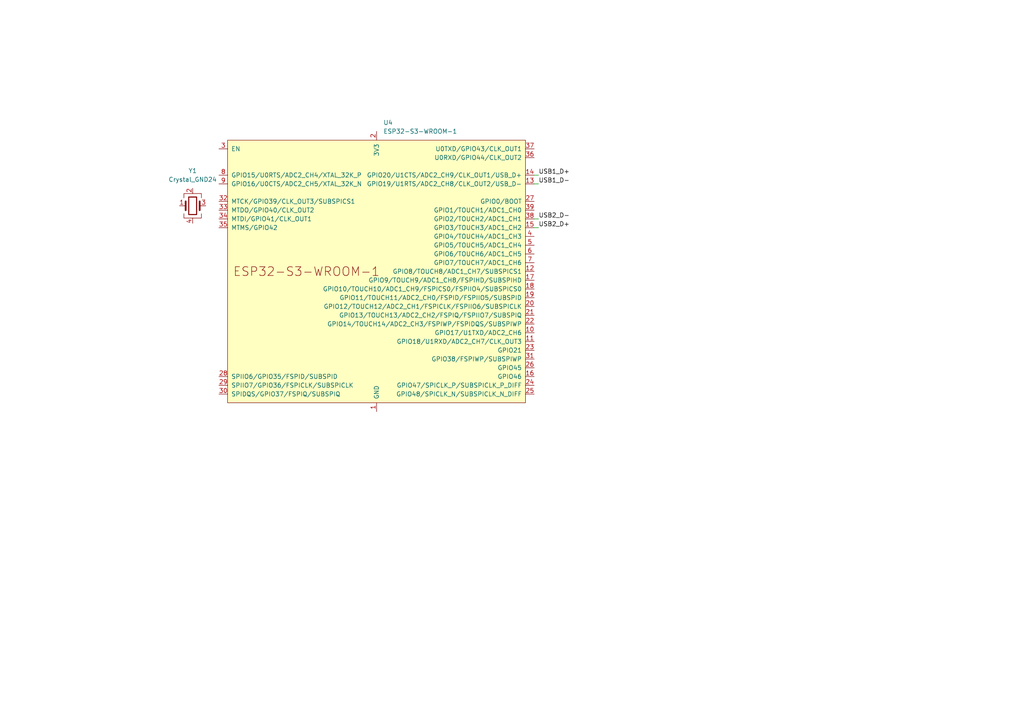
<source format=kicad_sch>
(kicad_sch (version 20230121) (generator eeschema)
  (paper "A4")
  (lib_symbols
    (symbol "Device:Crystal_GND24" (pin_names (offset 1.016) hide)
      (property "Reference" "Y" (at 3.175 5.08 0))
      (property "Value" "Crystal_GND24" (at 3.175 3.175 0))
      (symbol "Crystal_GND24_0_1"
        (rectangle (start -1.143 2.54) (end 1.143 -2.54) (stroke (width 0.3048)))
        (polyline (pts (xy -2.54 0) (xy -2.032 0)))
        (polyline (pts (xy -2.032 -1.27) (xy -2.032 1.27)) (stroke (width 0.508)))
        (polyline (pts (xy 0 -3.81) (xy 0 -3.556)))
        (polyline (pts (xy 0 3.556) (xy 0 3.81)))
        (polyline (pts (xy 2.032 -1.27) (xy 2.032 1.27)) (stroke (width 0.508)))
        (polyline (pts (xy 2.032 0) (xy 2.54 0)))
        (polyline (pts (xy -2.54 -2.286) (xy -2.54 -3.556) (xy 2.54 -3.556) (xy 2.54 -2.286)))
        (polyline (pts (xy -2.54 2.286) (xy -2.54 3.556) (xy 2.54 3.556) (xy 2.54 2.286)))
      )
      (symbol "Crystal_GND24_1_1"
        (pin passive line (at -3.81 0 0) (length 1.27) (name "1") (number "1"))
        (pin passive line (at 0 5.08 270) (length 1.27) (name "2") (number "2"))
        (pin passive line (at 3.81 0 180) (length 1.27) (name "3") (number "3"))
        (pin passive line (at 0 -5.08 90) (length 1.27) (name "4") (number "4"))
      )
    )
    (symbol "PCM_Espressif:ESP32-S3-WROOM-1" (pin_names (offset 1.016))
      (property "Reference" "U" (at -43.18 43.18 0))
      (property "Value" "ESP32-S3-WROOM-1" (at -43.18 40.64 0))
      (symbol "ESP32-S3-WROOM-1_0_0"
        (text "ESP32-S3-WROOM-1" (at -20.32 0 0) (effects (font (size 2.54 2.54))))
        (pin power_in line (at 0 -40.64 90) (length 2.54) (name "GND") (number "1"))
        (pin bidirectional line (at 45.72 -17.78 180) (length 2.54) (name "GPIO17/U1TXD/ADC2_CH6") (number "10"))
        (pin bidirectional line (at 45.72 -20.32 180) (length 2.54) (name "GPIO18/U1RXD/ADC2_CH7/CLK_OUT3") (number "11"))
        (pin bidirectional line (at 45.72 0 180) (length 2.54) (name "GPIO8/TOUCH8/ADC1_CH7/SUBSPICS1") (number "12"))
        (pin bidirectional line (at 45.72 25.4 180) (length 2.54) (name "GPIO19/U1RTS/ADC2_CH8/CLK_OUT2/USB_D-") (number "13"))
        (pin bidirectional line (at 45.72 27.94 180) (length 2.54) (name "GPIO20/U1CTS/ADC2_CH9/CLK_OUT1/USB_D+") (number "14"))
        (pin bidirectional line (at 45.72 12.7 180) (length 2.54) (name "GPIO3/TOUCH3/ADC1_CH2") (number "15"))
        (pin bidirectional line (at 45.72 -30.48 180) (length 2.54) (name "GPIO46") (number "16"))
        (pin bidirectional line (at 45.72 -2.54 180) (length 2.54) (name "GPIO9/TOUCH9/ADC1_CH8/FSPIHD/SUBSPIHD") (number "17"))
        (pin bidirectional line (at 45.72 -5.08 180) (length 2.54) (name "GPIO10/TOUCH10/ADC1_CH9/FSPICS0/FSPIIO4/SUBSPICS0") (number "18"))
        (pin bidirectional line (at 45.72 -7.62 180) (length 2.54) (name "GPIO11/TOUCH11/ADC2_CH0/FSPID/FSPIIO5/SUBSPID") (number "19"))
        (pin power_in line (at 0 40.64 270) (length 2.54) (name "3V3") (number "2"))
        (pin bidirectional line (at 45.72 -10.16 180) (length 2.54) (name "GPIO12/TOUCH12/ADC2_CH1/FSPICLK/FSPIIO6/SUBSPICLK") (number "20"))
        (pin bidirectional line (at 45.72 -12.7 180) (length 2.54) (name "GPIO13/TOUCH13/ADC2_CH2/FSPIQ/FSPIIO7/SUBSPIQ") (number "21"))
        (pin bidirectional line (at 45.72 -15.24 180) (length 2.54) (name "GPIO14/TOUCH14/ADC2_CH3/FSPIWP/FSPIDQS/SUBSPIWP") (number "22"))
        (pin bidirectional line (at 45.72 -22.86 180) (length 2.54) (name "GPIO21") (number "23"))
        (pin bidirectional line (at 45.72 -33.02 180) (length 2.54) (name "GPIO47/SPICLK_P/SUBSPICLK_P_DIFF") (number "24"))
        (pin bidirectional line (at 45.72 -35.56 180) (length 2.54) (name "GPIO48/SPICLK_N/SUBSPICLK_N_DIFF") (number "25"))
        (pin bidirectional line (at 45.72 -27.94 180) (length 2.54) (name "GPIO45") (number "26"))
        (pin bidirectional line (at 45.72 20.32 180) (length 2.54) (name "GPIO0/BOOT") (number "27"))
        (pin bidirectional line (at -45.72 -30.48 0) (length 2.54) (name "SPIIO6/GPIO35/FSPID/SUBSPID") (number "28"))
        (pin bidirectional line (at -45.72 -33.02 0) (length 2.54) (name "SPIIO7/GPIO36/FSPICLK/SUBSPICLK") (number "29"))
        (pin input line (at -45.72 35.56 0) (length 2.54) (name "EN") (number "3"))
        (pin bidirectional line (at -45.72 -35.56 0) (length 2.54) (name "SPIDQS/GPIO37/FSPIQ/SUBSPIQ") (number "30"))
        (pin bidirectional line (at 45.72 -25.4 180) (length 2.54) (name "GPIO38/FSPIWP/SUBSPIWP") (number "31"))
        (pin bidirectional line (at -45.72 20.32 0) (length 2.54) (name "MTCK/GPIO39/CLK_OUT3/SUBSPICS1") (number "32"))
        (pin bidirectional line (at -45.72 17.78 0) (length 2.54) (name "MTDO/GPIO40/CLK_OUT2") (number "33"))
        (pin bidirectional line (at -45.72 15.24 0) (length 2.54) (name "MTDI/GPIO41/CLK_OUT1") (number "34"))
        (pin bidirectional line (at -45.72 12.7 0) (length 2.54) (name "MTMS/GPIO42") (number "35"))
        (pin bidirectional line (at 45.72 33.02 180) (length 2.54) (name "U0RXD/GPIO44/CLK_OUT2") (number "36"))
        (pin bidirectional line (at 45.72 35.56 180) (length 2.54) (name "U0TXD/GPIO43/CLK_OUT1") (number "37"))
        (pin bidirectional line (at 45.72 15.24 180) (length 2.54) (name "GPIO2/TOUCH2/ADC1_CH1") (number "38"))
        (pin bidirectional line (at 45.72 17.78 180) (length 2.54) (name "GPIO1/TOUCH1/ADC1_CH0") (number "39"))
        (pin bidirectional line (at 45.72 10.16 180) (length 2.54) (name "GPIO4/TOUCH4/ADC1_CH3") (number "4"))
        (pin passive line (at 0 -40.64 90) (length 2.54) hide (name "GND") (number "40"))
        (pin passive line (at 0 -40.64 90) (length 2.54) hide (name "GND") (number "41"))
        (pin bidirectional line (at 45.72 7.62 180) (length 2.54) (name "GPIO5/TOUCH5/ADC1_CH4") (number "5"))
        (pin bidirectional line (at 45.72 5.08 180) (length 2.54) (name "GPIO6/TOUCH6/ADC1_CH5") (number "6"))
        (pin bidirectional line (at 45.72 2.54 180) (length 2.54) (name "GPIO7/TOUCH7/ADC1_CH6") (number "7"))
        (pin bidirectional line (at -45.72 27.94 0) (length 2.54) (name "GPIO15/U0RTS/ADC2_CH4/XTAL_32K_P") (number "8"))
        (pin bidirectional line (at -45.72 25.4 0) (length 2.54) (name "GPIO16/U0CTS/ADC2_CH5/XTAL_32K_N") (number "9"))
      )
      (symbol "ESP32-S3-WROOM-1_0_1"
        (rectangle (start -43.18 38.1) (end 43.18 -38.1) (fill (type background)))
      )
    )
  )
  (wire (pts (xy 156.21 50.8) (xy 154.94 50.8)))
  (wire (pts (xy 156.21 63.5) (xy 154.94 63.5)))
  (wire (pts (xy 154.94 53.34) (xy 156.21 53.34)))
  (wire (pts (xy 156.21 66.04) (xy 154.94 66.04)))
  (label "USB1_D+" (at 156.21 50.8 0))
  (label "USB1_D-" (at 156.21 53.34 0))
  (label "USB2_D+" (at 156.21 66.04 0))
  (label "USB2_D-" (at 156.21 63.5 0))
  (symbol (lib_id "Device:Crystal_GND24") (at 55.88 59.69 0) (unit 1)
    (property "Reference" "Y1" (at 55.88 49.53 0))
    (property "Value" "Crystal_GND24" (at 55.88 52.07 0))
    (property "Footprint" "Crystal:Crystal_SMD_3225-4Pin_3.2x2.5mm_HandSoldering" (effects hide))
  )
  (symbol (lib_id "PCM_Espressif:ESP32-S3-WROOM-1") (at 109.22 78.74 0) (unit 1)
    (property "Reference" "U4" (at 111.1759 35.56 0) (effects (justify left)))
    (property "Value" "ESP32-S3-WROOM-1" (at 111.1759 38.1 0) (effects (justify left)))
    (property "Footprint" "PCM_Espressif:ESP32-S3-WROOM-1" (effects hide))
    (property "Datasheet" "https://www.espressif.com/sites/default/files/documentation/esp32-s3-wroom-1_wroom-1u_datasheet_en.pdf" (effects hide))
  )
)
</source>
